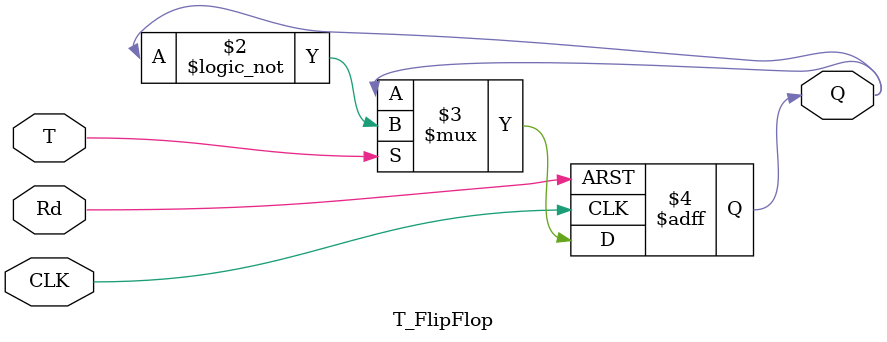
<source format=v>
module T_FlipFlop(
  input CLK, Rd, T, 
  output reg Q
  );
  always @(posedge CLK,posedge Rd)
    if(Rd)
      Q <= 1'b0;
    else
      Q <= T ? !Q : Q;
endmodule

</source>
